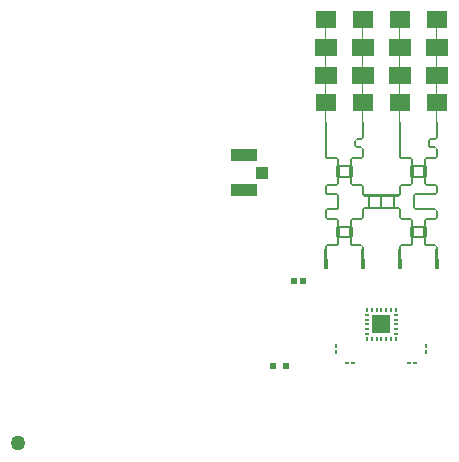
<source format=gbs>
G04*
G04 #@! TF.GenerationSoftware,Altium Limited,Altium Designer,25.8.1 (18)*
G04*
G04 Layer_Color=16711935*
%FSLAX26Y26*%
%MOIN*%
G70*
G04*
G04 #@! TF.SameCoordinates,AB66D781-FBCB-4B57-8275-DC7DE2197C71*
G04*
G04*
G04 #@! TF.FilePolarity,Negative*
G04*
G01*
G75*
%ADD21R,0.010344X0.013941*%
%ADD22R,0.013941X0.010344*%
%ADD27R,0.013000X0.010000*%
%ADD28R,0.010000X0.013000*%
%ADD29R,0.059000X0.059000*%
%ADD32C,0.050000*%
%ADD38R,0.023622X0.023622*%
%ADD40R,0.018432X0.018601*%
%ADD45R,0.041339X0.039370*%
%ADD46R,0.086614X0.041339*%
G36*
X679669Y1167811D02*
X679654Y1167818D01*
X679648Y1167833D01*
X679648Y1203266D01*
X679654Y1203281D01*
X679669Y1203287D01*
X710542Y1203287D01*
X710542Y1260331D01*
X645797Y1260331D01*
X645797Y1203287D01*
X676669Y1203287D01*
X676684Y1203281D01*
X676691Y1203266D01*
X676691Y1167833D01*
X676684Y1167818D01*
X676669Y1167811D01*
X641380Y1167811D01*
X641380Y1110767D01*
X676669Y1110767D01*
X676684Y1110761D01*
X676691Y1110746D01*
X676691Y1075313D01*
X676684Y1075298D01*
X676669Y1075292D01*
X641380Y1075292D01*
X641380Y1018248D01*
X676669Y1018248D01*
X676684Y1018241D01*
X676691Y1018226D01*
X676691Y982793D01*
X676684Y982778D01*
X676669Y982772D01*
X645797Y982772D01*
X645797Y925728D01*
X676669Y925728D01*
X676684Y925722D01*
X676691Y925707D01*
X676691Y890274D01*
X676684Y890259D01*
X676669Y890252D01*
X675850Y890252D01*
X675850Y855549D01*
X675844Y855534D01*
X675829Y855528D01*
X674750Y855528D01*
X674750Y835864D01*
X674743Y835849D01*
X674728Y835843D01*
X657021Y835843D01*
X648773Y827596D01*
X648773Y810684D01*
X657021Y802437D01*
X674728Y802437D01*
X674743Y802431D01*
X674750Y802415D01*
X674750Y772888D01*
X674743Y772873D01*
X674728Y772867D01*
X642584Y772867D01*
X634336Y764619D01*
X634336Y746321D01*
X634330Y746306D01*
X634315Y746300D01*
X598756Y746300D01*
X598741Y746306D01*
X598735Y746321D01*
X598735Y764619D01*
X590487Y772867D01*
X558342Y772867D01*
X558327Y772873D01*
X558321Y772888D01*
X558321Y855528D01*
X557242Y855528D01*
X557227Y855534D01*
X557221Y855549D01*
X557221Y890252D01*
X556402Y890252D01*
X556386Y890259D01*
X556380Y890274D01*
X556380Y925707D01*
X556386Y925722D01*
X556402Y925728D01*
X587274Y925728D01*
X587274Y982772D01*
X556402Y982772D01*
X556386Y982778D01*
X556380Y982793D01*
X556380Y1018226D01*
X556386Y1018241D01*
X556402Y1018248D01*
X591691Y1018248D01*
X591691Y1075292D01*
X556402Y1075292D01*
X556386Y1075298D01*
X556380Y1075313D01*
X556380Y1110746D01*
X556386Y1110761D01*
X556402Y1110767D01*
X591691Y1110767D01*
X591691Y1167811D01*
X556402Y1167811D01*
X556386Y1167818D01*
X556380Y1167833D01*
X556380Y1203266D01*
X556386Y1203281D01*
X556402Y1203287D01*
X587274Y1203287D01*
X587274Y1260331D01*
X522529Y1260331D01*
X522529Y1203287D01*
X553402Y1203287D01*
X553417Y1203281D01*
X553423Y1203266D01*
X553423Y1167833D01*
X553417Y1167818D01*
X553402Y1167811D01*
X518112Y1167811D01*
X518112Y1110767D01*
X553402Y1110767D01*
X553417Y1110761D01*
X553423Y1110746D01*
X553423Y1075313D01*
X553417Y1075298D01*
X553402Y1075292D01*
X518112Y1075292D01*
X518112Y1018248D01*
X553402Y1018248D01*
X553417Y1018241D01*
X553423Y1018226D01*
X553423Y982793D01*
X553417Y982778D01*
X553402Y982772D01*
X522529Y982772D01*
X522529Y925728D01*
X553402Y925728D01*
X553417Y925722D01*
X553423Y925707D01*
X553423Y890274D01*
X553417Y890259D01*
X553402Y890252D01*
X552582Y890252D01*
X552582Y855549D01*
X552576Y855534D01*
X552561Y855528D01*
X551482Y855528D01*
X551482Y774275D01*
X559729Y766027D01*
X591874Y766027D01*
X591889Y766021D01*
X591895Y766006D01*
X591895Y742880D01*
X591889Y742865D01*
X591874Y742859D01*
X588880Y742859D01*
X588880Y708460D01*
X591874Y708460D01*
X591889Y708454D01*
X591895Y708439D01*
X591895Y685313D01*
X591889Y685298D01*
X591874Y685292D01*
X559729Y685292D01*
X551482Y677044D01*
X551482Y648904D01*
X551476Y648889D01*
X551461Y648882D01*
X435075Y648882D01*
X435060Y648889D01*
X435053Y648904D01*
X435053Y677044D01*
X426806Y685292D01*
X394661Y685292D01*
X394646Y685298D01*
X394640Y685313D01*
X394640Y708439D01*
X394646Y708454D01*
X394661Y708460D01*
X397656Y708460D01*
X397656Y742859D01*
X394661Y742859D01*
X394646Y742865D01*
X394640Y742880D01*
X394640Y766006D01*
X394646Y766021D01*
X394661Y766027D01*
X426806Y766027D01*
X435053Y774275D01*
X435053Y801029D01*
X426806Y809276D01*
X409098Y809276D01*
X409083Y809282D01*
X409077Y809297D01*
X409077Y828982D01*
X409083Y828997D01*
X409098Y829004D01*
X426806Y829004D01*
X435053Y837251D01*
X435053Y855528D01*
X433974Y855528D01*
X433959Y855534D01*
X433953Y855549D01*
X433953Y890252D01*
X433134Y890252D01*
X433119Y890259D01*
X433113Y890274D01*
X433113Y925707D01*
X433119Y925722D01*
X433134Y925728D01*
X464006Y925728D01*
X464006Y982772D01*
X433134Y982772D01*
X433119Y982778D01*
X433113Y982793D01*
X433113Y1018226D01*
X433119Y1018241D01*
X433134Y1018248D01*
X468424Y1018248D01*
X468424Y1075292D01*
X433134Y1075292D01*
X433119Y1075298D01*
X433113Y1075313D01*
X433113Y1110746D01*
X433119Y1110761D01*
X433134Y1110767D01*
X468424Y1110767D01*
X468424Y1167811D01*
X433134Y1167811D01*
X433119Y1167818D01*
X433113Y1167833D01*
X433113Y1203266D01*
X433119Y1203281D01*
X433134Y1203287D01*
X464006Y1203287D01*
X464006Y1260331D01*
X399261Y1260331D01*
X399261Y1203287D01*
X430134Y1203287D01*
X430149Y1203281D01*
X430155Y1203266D01*
X430155Y1167833D01*
X430149Y1167818D01*
X430134Y1167811D01*
X394844Y1167811D01*
X394844Y1110767D01*
X430134Y1110767D01*
X430149Y1110761D01*
X430155Y1110746D01*
X430155Y1075313D01*
X430149Y1075298D01*
X430134Y1075292D01*
X394844Y1075292D01*
X394844Y1018248D01*
X430134Y1018248D01*
X430149Y1018241D01*
X430155Y1018226D01*
X430155Y982793D01*
X430149Y982778D01*
X430134Y982772D01*
X399261Y982772D01*
X399261Y925728D01*
X430134Y925728D01*
X430149Y925722D01*
X430155Y925707D01*
X430155Y890274D01*
X430149Y890259D01*
X430134Y890252D01*
X429315Y890252D01*
X429315Y855549D01*
X429308Y855534D01*
X429293Y855528D01*
X428214Y855528D01*
X428214Y835864D01*
X428208Y835849D01*
X428193Y835843D01*
X410485Y835843D01*
X402238Y827596D01*
X402238Y810684D01*
X410485Y802437D01*
X428193Y802437D01*
X428208Y802431D01*
X428214Y802415D01*
X428214Y772888D01*
X428208Y772873D01*
X428193Y772867D01*
X396048Y772867D01*
X387801Y764619D01*
X387801Y746321D01*
X387795Y746306D01*
X387779Y746300D01*
X352221Y746300D01*
X352205Y746306D01*
X352199Y746321D01*
X352199Y764619D01*
X343952Y772867D01*
X311807Y772867D01*
X311792Y772873D01*
X311786Y772888D01*
X311786Y855528D01*
X310707Y855528D01*
X310692Y855534D01*
X310685Y855549D01*
X310685Y890252D01*
X309866Y890252D01*
X309851Y890259D01*
X309845Y890274D01*
X309845Y925707D01*
X309851Y925722D01*
X309866Y925728D01*
X340738Y925728D01*
X340738Y982772D01*
X309866Y982772D01*
X309851Y982778D01*
X309845Y982793D01*
X309845Y1018226D01*
X309851Y1018241D01*
X309866Y1018248D01*
X345156Y1018248D01*
X345156Y1075292D01*
X309866Y1075292D01*
X309851Y1075298D01*
X309845Y1075313D01*
X309845Y1110746D01*
X309851Y1110761D01*
X309866Y1110767D01*
X345156Y1110767D01*
X345156Y1167811D01*
X309866Y1167811D01*
X309851Y1167818D01*
X309845Y1167833D01*
X309845Y1203266D01*
X309851Y1203281D01*
X309866Y1203287D01*
X340738Y1203287D01*
X340738Y1260331D01*
X275994Y1260331D01*
X275994Y1203287D01*
X306866Y1203287D01*
X306881Y1203281D01*
X306887Y1203266D01*
X306887Y1167833D01*
X306881Y1167818D01*
X306866Y1167811D01*
X271576Y1167811D01*
X271576Y1110767D01*
X306866Y1110767D01*
X306881Y1110761D01*
X306887Y1110746D01*
X306887Y1075313D01*
X306881Y1075298D01*
X306866Y1075292D01*
X271576Y1075292D01*
X271576Y1018248D01*
X306866Y1018248D01*
X306881Y1018241D01*
X306887Y1018226D01*
X306887Y982793D01*
X306881Y982778D01*
X306866Y982772D01*
X275994Y982772D01*
X275994Y925728D01*
X306866Y925728D01*
X306881Y925722D01*
X306887Y925707D01*
X306887Y890274D01*
X306881Y890259D01*
X306866Y890252D01*
X306047Y890252D01*
X306047Y855549D01*
X306041Y855534D01*
X306026Y855528D01*
X304947Y855528D01*
X304947Y774275D01*
X313194Y766027D01*
X345339Y766027D01*
X345354Y766021D01*
X345360Y766006D01*
X345360Y742880D01*
X345354Y742865D01*
X345339Y742859D01*
X342344Y742859D01*
X342344Y708460D01*
X345339Y708460D01*
X345354Y708454D01*
X345360Y708439D01*
X345360Y685313D01*
X345354Y685298D01*
X345339Y685292D01*
X313194Y685292D01*
X304947Y677044D01*
X304947Y655212D01*
X313194Y646964D01*
X345957Y646964D01*
X345972Y646958D01*
X345978Y646943D01*
X345978Y602829D01*
X345972Y602814D01*
X345957Y602808D01*
X313194Y602808D01*
X304947Y594560D01*
X304947Y572727D01*
X313194Y564480D01*
X345339Y564480D01*
X345354Y564474D01*
X345360Y564459D01*
X345360Y541333D01*
X345354Y541318D01*
X345339Y541311D01*
X342344Y541311D01*
X342344Y506913D01*
X345339Y506913D01*
X345354Y506907D01*
X345360Y506892D01*
X345360Y483766D01*
X345354Y483751D01*
X345339Y483745D01*
X313194Y483745D01*
X304947Y475497D01*
X304947Y467041D01*
X304940Y467026D01*
X304925Y467020D01*
X303565Y467020D01*
X303565Y433104D01*
X303558Y433089D01*
X303543Y433083D01*
X301891Y433083D01*
X301891Y399594D01*
X314841Y399594D01*
X314841Y433083D01*
X313189Y433083D01*
X313174Y433089D01*
X313168Y433104D01*
X313168Y467020D01*
X311807Y467020D01*
X311792Y467026D01*
X311786Y467041D01*
X311786Y476884D01*
X311792Y476899D01*
X311807Y476905D01*
X343952Y476905D01*
X352199Y485153D01*
X352199Y503451D01*
X352205Y503466D01*
X352221Y503472D01*
X387779Y503472D01*
X387795Y503466D01*
X387801Y503451D01*
X387801Y485153D01*
X396048Y476905D01*
X428193Y476905D01*
X428208Y476899D01*
X428214Y476884D01*
X428214Y467041D01*
X428208Y467026D01*
X428193Y467020D01*
X426832Y467020D01*
X426832Y433104D01*
X426826Y433089D01*
X426811Y433083D01*
X425159Y433083D01*
X425159Y399594D01*
X438109Y399594D01*
X438109Y433083D01*
X436457Y433083D01*
X436442Y433089D01*
X436435Y433104D01*
X436435Y467020D01*
X435075Y467020D01*
X435060Y467026D01*
X435053Y467041D01*
X435053Y475497D01*
X426806Y483745D01*
X394661Y483745D01*
X394646Y483751D01*
X394640Y483766D01*
X394640Y506892D01*
X394646Y506907D01*
X394661Y506913D01*
X397656Y506913D01*
X397656Y541311D01*
X394661Y541311D01*
X394646Y541318D01*
X394640Y541333D01*
X394640Y564459D01*
X394646Y564474D01*
X394661Y564480D01*
X426806Y564480D01*
X435053Y572727D01*
X435053Y600868D01*
X435060Y600883D01*
X435075Y600889D01*
X551461Y600889D01*
X551476Y600883D01*
X551482Y600868D01*
X551482Y572727D01*
X559729Y564480D01*
X591874Y564480D01*
X591889Y564474D01*
X591895Y564459D01*
X591895Y541333D01*
X591889Y541318D01*
X591874Y541311D01*
X588880Y541311D01*
X588880Y506913D01*
X591874Y506913D01*
X591889Y506907D01*
X591895Y506892D01*
X591895Y483766D01*
X591889Y483751D01*
X591874Y483745D01*
X559729Y483745D01*
X551482Y475497D01*
X551482Y467041D01*
X551476Y467026D01*
X551461Y467020D01*
X550100Y467020D01*
X550100Y433104D01*
X550094Y433089D01*
X550079Y433083D01*
X548427Y433083D01*
X548427Y399594D01*
X561376Y399594D01*
X561376Y433083D01*
X559724Y433083D01*
X559709Y433089D01*
X559703Y433104D01*
X559703Y467020D01*
X558342Y467020D01*
X558327Y467026D01*
X558321Y467041D01*
X558321Y476884D01*
X558327Y476899D01*
X558342Y476905D01*
X590487Y476905D01*
X598735Y485153D01*
X598735Y503451D01*
X598741Y503466D01*
X598756Y503472D01*
X634315Y503472D01*
X634330Y503466D01*
X634336Y503451D01*
X634336Y485153D01*
X642584Y476905D01*
X674728Y476905D01*
X674743Y476899D01*
X674750Y476884D01*
X674750Y467041D01*
X674743Y467026D01*
X674728Y467020D01*
X673368Y467020D01*
X673368Y433104D01*
X673361Y433089D01*
X673346Y433083D01*
X671694Y433083D01*
X671694Y399594D01*
X684644Y399594D01*
X684644Y433083D01*
X682992Y433083D01*
X682977Y433089D01*
X682971Y433104D01*
X682971Y467020D01*
X681610Y467020D01*
X681595Y467026D01*
X681589Y467041D01*
X681589Y475497D01*
X673342Y483745D01*
X641197Y483745D01*
X641182Y483751D01*
X641176Y483766D01*
X641176Y506892D01*
X641182Y506907D01*
X641197Y506913D01*
X644191Y506913D01*
X644191Y541311D01*
X641197Y541311D01*
X641182Y541318D01*
X641176Y541333D01*
X641176Y564459D01*
X641182Y564474D01*
X641197Y564480D01*
X673341Y564480D01*
X681589Y572727D01*
X681589Y594560D01*
X673342Y602808D01*
X606342Y602808D01*
X606327Y602814D01*
X606321Y602829D01*
X606321Y646943D01*
X606327Y646958D01*
X606342Y646964D01*
X673341Y646964D01*
X681589Y655212D01*
X681589Y677044D01*
X673341Y685292D01*
X641197Y685292D01*
X641182Y685298D01*
X641176Y685313D01*
X641176Y708439D01*
X641182Y708454D01*
X641197Y708460D01*
X644191Y708460D01*
X644191Y742859D01*
X641197Y742859D01*
X641182Y742865D01*
X641176Y742880D01*
X641176Y766006D01*
X641182Y766021D01*
X641197Y766027D01*
X673341Y766027D01*
X681589Y774275D01*
X681589Y801029D01*
X673342Y809276D01*
X655634Y809276D01*
X655619Y809282D01*
X655612Y809297D01*
X655612Y828982D01*
X655619Y828997D01*
X655634Y829004D01*
X673341Y829004D01*
X681589Y837251D01*
X681589Y855528D01*
X680510Y855528D01*
X680495Y855534D01*
X680489Y855549D01*
X680489Y890252D01*
X679669Y890252D01*
X679654Y890259D01*
X679648Y890274D01*
X679648Y925707D01*
X679654Y925722D01*
X679669Y925728D01*
X710542Y925728D01*
X710542Y982772D01*
X679669Y982772D01*
X679654Y982778D01*
X679648Y982793D01*
X679648Y1018226D01*
X679654Y1018241D01*
X679669Y1018248D01*
X714959Y1018248D01*
X714959Y1075292D01*
X679669Y1075292D01*
X679654Y1075298D01*
X679648Y1075313D01*
X679648Y1110746D01*
X679654Y1110761D01*
X679669Y1110767D01*
X714959Y1110767D01*
X714959Y1167811D01*
X679669Y1167811D01*
X679669Y1167811D02*
G37*
%LPC*%
G36*
X631321Y739439D02*
X631321Y711880D01*
X631314Y711865D01*
X631299Y711859D01*
X601772Y711859D01*
X601756Y711865D01*
X601750Y711880D01*
X601750Y739439D01*
X601756Y739454D01*
X601772Y739460D01*
X631299Y739460D01*
X631314Y739454D01*
X631321Y739439D01*
X631321Y739439D02*
G37*
G36*
X631321Y537892D02*
X631321Y510333D01*
X631314Y510318D01*
X631299Y510311D01*
X601772Y510311D01*
X601756Y510318D01*
X601750Y510333D01*
X601750Y537892D01*
X601756Y537907D01*
X601772Y537913D01*
X631299Y537913D01*
X631314Y537907D01*
X631321Y537892D01*
X631321Y537892D02*
G37*
G36*
X674750Y678431D02*
X674750Y653825D01*
X674743Y653810D01*
X674728Y653804D01*
X607729Y653804D01*
X599482Y645556D01*
X599482Y604216D01*
X607729Y595968D01*
X674728Y595968D01*
X674743Y595962D01*
X674750Y595947D01*
X674750Y571341D01*
X674743Y571326D01*
X674728Y571319D01*
X642584Y571319D01*
X634336Y563072D01*
X634336Y544774D01*
X634330Y544759D01*
X634315Y544752D01*
X598756Y544752D01*
X598741Y544759D01*
X598735Y544774D01*
X598735Y563072D01*
X590487Y571319D01*
X558342Y571319D01*
X558327Y571326D01*
X558321Y571341D01*
X558321Y599481D01*
X550074Y607729D01*
X537862Y607729D01*
X537847Y607735D01*
X537841Y607750D01*
X537841Y642022D01*
X537847Y642037D01*
X537862Y642043D01*
X550074Y642043D01*
X558321Y650290D01*
X558321Y678431D01*
X558327Y678446D01*
X558342Y678452D01*
X590487Y678452D01*
X598735Y686700D01*
X598735Y704998D01*
X598741Y705013D01*
X598756Y705019D01*
X634315Y705019D01*
X634330Y705013D01*
X634336Y704998D01*
X634336Y686700D01*
X642584Y678452D01*
X674728Y678452D01*
X674743Y678446D01*
X674750Y678431D01*
X674750Y678431D02*
G37*
G36*
X531002Y642022D02*
X531002Y607750D01*
X530995Y607735D01*
X530980Y607729D01*
X496709Y607729D01*
X496693Y607735D01*
X496687Y607750D01*
X496687Y642022D01*
X496693Y642037D01*
X496709Y642043D01*
X530980Y642043D01*
X530995Y642037D01*
X531002Y642022D01*
X531002Y642022D02*
G37*
G36*
X489848Y642022D02*
X489848Y607750D01*
X489842Y607735D01*
X489827Y607729D01*
X455555Y607729D01*
X455540Y607735D01*
X455534Y607750D01*
X455534Y642022D01*
X455540Y642037D01*
X455555Y642043D01*
X489827Y642043D01*
X489842Y642037D01*
X489848Y642022D01*
X489848Y642022D02*
G37*
G36*
X384785Y739439D02*
X384785Y711880D01*
X384779Y711865D01*
X384764Y711859D01*
X355236Y711859D01*
X355221Y711865D01*
X355215Y711880D01*
X355215Y739439D01*
X355221Y739454D01*
X355236Y739460D01*
X384764Y739460D01*
X384779Y739454D01*
X384785Y739439D01*
X384785Y739439D02*
G37*
G36*
X384785Y537892D02*
X384785Y510333D01*
X384779Y510318D01*
X384764Y510311D01*
X355236Y510311D01*
X355221Y510318D01*
X355215Y510333D01*
X355215Y537892D01*
X355221Y537907D01*
X355236Y537913D01*
X384764Y537913D01*
X384779Y537907D01*
X384785Y537892D01*
X384785Y537892D02*
G37*
G36*
X448695Y642022D02*
X448695Y607750D01*
X448688Y607735D01*
X448673Y607729D01*
X436462Y607729D01*
X428214Y599481D01*
X428214Y571341D01*
X428208Y571326D01*
X428193Y571319D01*
X396048Y571319D01*
X387801Y563072D01*
X387801Y544774D01*
X387795Y544759D01*
X387779Y544752D01*
X352221Y544752D01*
X352205Y544759D01*
X352199Y544774D01*
X352199Y563072D01*
X343952Y571319D01*
X311807Y571319D01*
X311792Y571326D01*
X311786Y571341D01*
X311786Y595947D01*
X311792Y595962D01*
X311807Y595968D01*
X344570Y595968D01*
X352817Y604216D01*
X352817Y645556D01*
X344570Y653804D01*
X311807Y653804D01*
X311792Y653810D01*
X311786Y653825D01*
X311786Y678431D01*
X311792Y678446D01*
X311807Y678452D01*
X343952Y678452D01*
X352199Y686700D01*
X352199Y704998D01*
X352205Y705013D01*
X352221Y705019D01*
X387779Y705019D01*
X387795Y705013D01*
X387801Y704998D01*
X387801Y686700D01*
X396048Y678452D01*
X428193Y678452D01*
X428208Y678446D01*
X428214Y678431D01*
X428214Y650290D01*
X436462Y642043D01*
X448673Y642043D01*
X448688Y642037D01*
X448695Y642022D01*
X448695Y642022D02*
G37*
%LPD*%
D21*
X343110Y142520D02*
D03*
X343110Y122496D02*
D03*
X643425Y142520D02*
D03*
X643425Y122496D02*
D03*
D22*
X606363Y86079D02*
D03*
X586339Y86079D02*
D03*
X380172Y86079D02*
D03*
X400197Y86079D02*
D03*
D27*
X542768Y184504D02*
D03*
X542768Y200252D02*
D03*
X542768Y216000D02*
D03*
X542768Y231748D02*
D03*
X542768Y247496D02*
D03*
X443768Y247496D02*
D03*
X443768Y231748D02*
D03*
X443768Y216000D02*
D03*
X443768Y200252D02*
D03*
X443768Y184504D02*
D03*
D28*
X540512Y265500D02*
D03*
X524764Y265500D02*
D03*
X509016Y265500D02*
D03*
X493268Y265500D02*
D03*
X477520Y265500D02*
D03*
X461772Y265500D02*
D03*
X446024Y265500D02*
D03*
X446024Y166500D02*
D03*
X461772Y166500D02*
D03*
X477520Y166500D02*
D03*
X493268Y166500D02*
D03*
X509016Y166500D02*
D03*
X524764Y166500D02*
D03*
X540512Y166500D02*
D03*
D29*
X493268Y216000D02*
D03*
D32*
X-716535Y-181102D02*
D03*
D38*
X174669Y76000D02*
D03*
X133331Y76000D02*
D03*
D40*
X232205Y360685D02*
D03*
X200540Y360685D02*
D03*
D45*
X95394Y720921D02*
D03*
D46*
X35354Y778992D02*
D03*
X35354Y662850D02*
D03*
M02*

</source>
